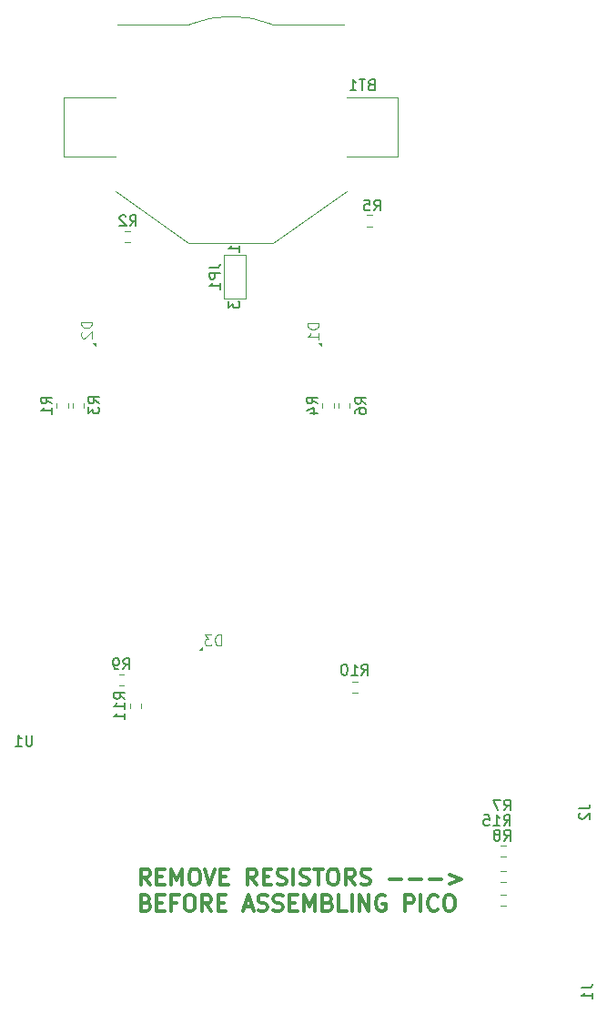
<source format=gbr>
%TF.GenerationSoftware,KiCad,Pcbnew,7.0.9*%
%TF.CreationDate,2024-01-25T10:25:38+02:00*%
%TF.ProjectId,ncscfi-badge2024,6e637363-6669-42d6-9261-646765323032,rev?*%
%TF.SameCoordinates,Original*%
%TF.FileFunction,Legend,Bot*%
%TF.FilePolarity,Positive*%
%FSLAX46Y46*%
G04 Gerber Fmt 4.6, Leading zero omitted, Abs format (unit mm)*
G04 Created by KiCad (PCBNEW 7.0.9) date 2024-01-25 10:25:38*
%MOMM*%
%LPD*%
G01*
G04 APERTURE LIST*
%ADD10C,0.300000*%
%ADD11C,0.150000*%
%ADD12C,0.100000*%
%ADD13C,0.120000*%
G04 APERTURE END LIST*
D10*
X26911653Y-99285828D02*
X26411653Y-98571542D01*
X26054510Y-99285828D02*
X26054510Y-97785828D01*
X26054510Y-97785828D02*
X26625939Y-97785828D01*
X26625939Y-97785828D02*
X26768796Y-97857257D01*
X26768796Y-97857257D02*
X26840225Y-97928685D01*
X26840225Y-97928685D02*
X26911653Y-98071542D01*
X26911653Y-98071542D02*
X26911653Y-98285828D01*
X26911653Y-98285828D02*
X26840225Y-98428685D01*
X26840225Y-98428685D02*
X26768796Y-98500114D01*
X26768796Y-98500114D02*
X26625939Y-98571542D01*
X26625939Y-98571542D02*
X26054510Y-98571542D01*
X27554510Y-98500114D02*
X28054510Y-98500114D01*
X28268796Y-99285828D02*
X27554510Y-99285828D01*
X27554510Y-99285828D02*
X27554510Y-97785828D01*
X27554510Y-97785828D02*
X28268796Y-97785828D01*
X28911653Y-99285828D02*
X28911653Y-97785828D01*
X28911653Y-97785828D02*
X29411653Y-98857257D01*
X29411653Y-98857257D02*
X29911653Y-97785828D01*
X29911653Y-97785828D02*
X29911653Y-99285828D01*
X30911654Y-97785828D02*
X31197368Y-97785828D01*
X31197368Y-97785828D02*
X31340225Y-97857257D01*
X31340225Y-97857257D02*
X31483082Y-98000114D01*
X31483082Y-98000114D02*
X31554511Y-98285828D01*
X31554511Y-98285828D02*
X31554511Y-98785828D01*
X31554511Y-98785828D02*
X31483082Y-99071542D01*
X31483082Y-99071542D02*
X31340225Y-99214400D01*
X31340225Y-99214400D02*
X31197368Y-99285828D01*
X31197368Y-99285828D02*
X30911654Y-99285828D01*
X30911654Y-99285828D02*
X30768797Y-99214400D01*
X30768797Y-99214400D02*
X30625939Y-99071542D01*
X30625939Y-99071542D02*
X30554511Y-98785828D01*
X30554511Y-98785828D02*
X30554511Y-98285828D01*
X30554511Y-98285828D02*
X30625939Y-98000114D01*
X30625939Y-98000114D02*
X30768797Y-97857257D01*
X30768797Y-97857257D02*
X30911654Y-97785828D01*
X31983083Y-97785828D02*
X32483083Y-99285828D01*
X32483083Y-99285828D02*
X32983083Y-97785828D01*
X33483082Y-98500114D02*
X33983082Y-98500114D01*
X34197368Y-99285828D02*
X33483082Y-99285828D01*
X33483082Y-99285828D02*
X33483082Y-97785828D01*
X33483082Y-97785828D02*
X34197368Y-97785828D01*
X36840225Y-99285828D02*
X36340225Y-98571542D01*
X35983082Y-99285828D02*
X35983082Y-97785828D01*
X35983082Y-97785828D02*
X36554511Y-97785828D01*
X36554511Y-97785828D02*
X36697368Y-97857257D01*
X36697368Y-97857257D02*
X36768797Y-97928685D01*
X36768797Y-97928685D02*
X36840225Y-98071542D01*
X36840225Y-98071542D02*
X36840225Y-98285828D01*
X36840225Y-98285828D02*
X36768797Y-98428685D01*
X36768797Y-98428685D02*
X36697368Y-98500114D01*
X36697368Y-98500114D02*
X36554511Y-98571542D01*
X36554511Y-98571542D02*
X35983082Y-98571542D01*
X37483082Y-98500114D02*
X37983082Y-98500114D01*
X38197368Y-99285828D02*
X37483082Y-99285828D01*
X37483082Y-99285828D02*
X37483082Y-97785828D01*
X37483082Y-97785828D02*
X38197368Y-97785828D01*
X38768797Y-99214400D02*
X38983083Y-99285828D01*
X38983083Y-99285828D02*
X39340225Y-99285828D01*
X39340225Y-99285828D02*
X39483083Y-99214400D01*
X39483083Y-99214400D02*
X39554511Y-99142971D01*
X39554511Y-99142971D02*
X39625940Y-99000114D01*
X39625940Y-99000114D02*
X39625940Y-98857257D01*
X39625940Y-98857257D02*
X39554511Y-98714400D01*
X39554511Y-98714400D02*
X39483083Y-98642971D01*
X39483083Y-98642971D02*
X39340225Y-98571542D01*
X39340225Y-98571542D02*
X39054511Y-98500114D01*
X39054511Y-98500114D02*
X38911654Y-98428685D01*
X38911654Y-98428685D02*
X38840225Y-98357257D01*
X38840225Y-98357257D02*
X38768797Y-98214400D01*
X38768797Y-98214400D02*
X38768797Y-98071542D01*
X38768797Y-98071542D02*
X38840225Y-97928685D01*
X38840225Y-97928685D02*
X38911654Y-97857257D01*
X38911654Y-97857257D02*
X39054511Y-97785828D01*
X39054511Y-97785828D02*
X39411654Y-97785828D01*
X39411654Y-97785828D02*
X39625940Y-97857257D01*
X40268796Y-99285828D02*
X40268796Y-97785828D01*
X40911654Y-99214400D02*
X41125940Y-99285828D01*
X41125940Y-99285828D02*
X41483082Y-99285828D01*
X41483082Y-99285828D02*
X41625940Y-99214400D01*
X41625940Y-99214400D02*
X41697368Y-99142971D01*
X41697368Y-99142971D02*
X41768797Y-99000114D01*
X41768797Y-99000114D02*
X41768797Y-98857257D01*
X41768797Y-98857257D02*
X41697368Y-98714400D01*
X41697368Y-98714400D02*
X41625940Y-98642971D01*
X41625940Y-98642971D02*
X41483082Y-98571542D01*
X41483082Y-98571542D02*
X41197368Y-98500114D01*
X41197368Y-98500114D02*
X41054511Y-98428685D01*
X41054511Y-98428685D02*
X40983082Y-98357257D01*
X40983082Y-98357257D02*
X40911654Y-98214400D01*
X40911654Y-98214400D02*
X40911654Y-98071542D01*
X40911654Y-98071542D02*
X40983082Y-97928685D01*
X40983082Y-97928685D02*
X41054511Y-97857257D01*
X41054511Y-97857257D02*
X41197368Y-97785828D01*
X41197368Y-97785828D02*
X41554511Y-97785828D01*
X41554511Y-97785828D02*
X41768797Y-97857257D01*
X42197368Y-97785828D02*
X43054511Y-97785828D01*
X42625939Y-99285828D02*
X42625939Y-97785828D01*
X43840225Y-97785828D02*
X44125939Y-97785828D01*
X44125939Y-97785828D02*
X44268796Y-97857257D01*
X44268796Y-97857257D02*
X44411653Y-98000114D01*
X44411653Y-98000114D02*
X44483082Y-98285828D01*
X44483082Y-98285828D02*
X44483082Y-98785828D01*
X44483082Y-98785828D02*
X44411653Y-99071542D01*
X44411653Y-99071542D02*
X44268796Y-99214400D01*
X44268796Y-99214400D02*
X44125939Y-99285828D01*
X44125939Y-99285828D02*
X43840225Y-99285828D01*
X43840225Y-99285828D02*
X43697368Y-99214400D01*
X43697368Y-99214400D02*
X43554510Y-99071542D01*
X43554510Y-99071542D02*
X43483082Y-98785828D01*
X43483082Y-98785828D02*
X43483082Y-98285828D01*
X43483082Y-98285828D02*
X43554510Y-98000114D01*
X43554510Y-98000114D02*
X43697368Y-97857257D01*
X43697368Y-97857257D02*
X43840225Y-97785828D01*
X45983082Y-99285828D02*
X45483082Y-98571542D01*
X45125939Y-99285828D02*
X45125939Y-97785828D01*
X45125939Y-97785828D02*
X45697368Y-97785828D01*
X45697368Y-97785828D02*
X45840225Y-97857257D01*
X45840225Y-97857257D02*
X45911654Y-97928685D01*
X45911654Y-97928685D02*
X45983082Y-98071542D01*
X45983082Y-98071542D02*
X45983082Y-98285828D01*
X45983082Y-98285828D02*
X45911654Y-98428685D01*
X45911654Y-98428685D02*
X45840225Y-98500114D01*
X45840225Y-98500114D02*
X45697368Y-98571542D01*
X45697368Y-98571542D02*
X45125939Y-98571542D01*
X46554511Y-99214400D02*
X46768797Y-99285828D01*
X46768797Y-99285828D02*
X47125939Y-99285828D01*
X47125939Y-99285828D02*
X47268797Y-99214400D01*
X47268797Y-99214400D02*
X47340225Y-99142971D01*
X47340225Y-99142971D02*
X47411654Y-99000114D01*
X47411654Y-99000114D02*
X47411654Y-98857257D01*
X47411654Y-98857257D02*
X47340225Y-98714400D01*
X47340225Y-98714400D02*
X47268797Y-98642971D01*
X47268797Y-98642971D02*
X47125939Y-98571542D01*
X47125939Y-98571542D02*
X46840225Y-98500114D01*
X46840225Y-98500114D02*
X46697368Y-98428685D01*
X46697368Y-98428685D02*
X46625939Y-98357257D01*
X46625939Y-98357257D02*
X46554511Y-98214400D01*
X46554511Y-98214400D02*
X46554511Y-98071542D01*
X46554511Y-98071542D02*
X46625939Y-97928685D01*
X46625939Y-97928685D02*
X46697368Y-97857257D01*
X46697368Y-97857257D02*
X46840225Y-97785828D01*
X46840225Y-97785828D02*
X47197368Y-97785828D01*
X47197368Y-97785828D02*
X47411654Y-97857257D01*
X49197367Y-98714400D02*
X50340225Y-98714400D01*
X51054510Y-98714400D02*
X52197368Y-98714400D01*
X52911653Y-98714400D02*
X54054511Y-98714400D01*
X54768796Y-98285828D02*
X55911654Y-98714400D01*
X55911654Y-98714400D02*
X54768796Y-99142971D01*
X26554510Y-100915114D02*
X26768796Y-100986542D01*
X26768796Y-100986542D02*
X26840225Y-101057971D01*
X26840225Y-101057971D02*
X26911653Y-101200828D01*
X26911653Y-101200828D02*
X26911653Y-101415114D01*
X26911653Y-101415114D02*
X26840225Y-101557971D01*
X26840225Y-101557971D02*
X26768796Y-101629400D01*
X26768796Y-101629400D02*
X26625939Y-101700828D01*
X26625939Y-101700828D02*
X26054510Y-101700828D01*
X26054510Y-101700828D02*
X26054510Y-100200828D01*
X26054510Y-100200828D02*
X26554510Y-100200828D01*
X26554510Y-100200828D02*
X26697368Y-100272257D01*
X26697368Y-100272257D02*
X26768796Y-100343685D01*
X26768796Y-100343685D02*
X26840225Y-100486542D01*
X26840225Y-100486542D02*
X26840225Y-100629400D01*
X26840225Y-100629400D02*
X26768796Y-100772257D01*
X26768796Y-100772257D02*
X26697368Y-100843685D01*
X26697368Y-100843685D02*
X26554510Y-100915114D01*
X26554510Y-100915114D02*
X26054510Y-100915114D01*
X27554510Y-100915114D02*
X28054510Y-100915114D01*
X28268796Y-101700828D02*
X27554510Y-101700828D01*
X27554510Y-101700828D02*
X27554510Y-100200828D01*
X27554510Y-100200828D02*
X28268796Y-100200828D01*
X29411653Y-100915114D02*
X28911653Y-100915114D01*
X28911653Y-101700828D02*
X28911653Y-100200828D01*
X28911653Y-100200828D02*
X29625939Y-100200828D01*
X30483082Y-100200828D02*
X30768796Y-100200828D01*
X30768796Y-100200828D02*
X30911653Y-100272257D01*
X30911653Y-100272257D02*
X31054510Y-100415114D01*
X31054510Y-100415114D02*
X31125939Y-100700828D01*
X31125939Y-100700828D02*
X31125939Y-101200828D01*
X31125939Y-101200828D02*
X31054510Y-101486542D01*
X31054510Y-101486542D02*
X30911653Y-101629400D01*
X30911653Y-101629400D02*
X30768796Y-101700828D01*
X30768796Y-101700828D02*
X30483082Y-101700828D01*
X30483082Y-101700828D02*
X30340225Y-101629400D01*
X30340225Y-101629400D02*
X30197367Y-101486542D01*
X30197367Y-101486542D02*
X30125939Y-101200828D01*
X30125939Y-101200828D02*
X30125939Y-100700828D01*
X30125939Y-100700828D02*
X30197367Y-100415114D01*
X30197367Y-100415114D02*
X30340225Y-100272257D01*
X30340225Y-100272257D02*
X30483082Y-100200828D01*
X32625939Y-101700828D02*
X32125939Y-100986542D01*
X31768796Y-101700828D02*
X31768796Y-100200828D01*
X31768796Y-100200828D02*
X32340225Y-100200828D01*
X32340225Y-100200828D02*
X32483082Y-100272257D01*
X32483082Y-100272257D02*
X32554511Y-100343685D01*
X32554511Y-100343685D02*
X32625939Y-100486542D01*
X32625939Y-100486542D02*
X32625939Y-100700828D01*
X32625939Y-100700828D02*
X32554511Y-100843685D01*
X32554511Y-100843685D02*
X32483082Y-100915114D01*
X32483082Y-100915114D02*
X32340225Y-100986542D01*
X32340225Y-100986542D02*
X31768796Y-100986542D01*
X33268796Y-100915114D02*
X33768796Y-100915114D01*
X33983082Y-101700828D02*
X33268796Y-101700828D01*
X33268796Y-101700828D02*
X33268796Y-100200828D01*
X33268796Y-100200828D02*
X33983082Y-100200828D01*
X35697368Y-101272257D02*
X36411654Y-101272257D01*
X35554511Y-101700828D02*
X36054511Y-100200828D01*
X36054511Y-100200828D02*
X36554511Y-101700828D01*
X36983082Y-101629400D02*
X37197368Y-101700828D01*
X37197368Y-101700828D02*
X37554510Y-101700828D01*
X37554510Y-101700828D02*
X37697368Y-101629400D01*
X37697368Y-101629400D02*
X37768796Y-101557971D01*
X37768796Y-101557971D02*
X37840225Y-101415114D01*
X37840225Y-101415114D02*
X37840225Y-101272257D01*
X37840225Y-101272257D02*
X37768796Y-101129400D01*
X37768796Y-101129400D02*
X37697368Y-101057971D01*
X37697368Y-101057971D02*
X37554510Y-100986542D01*
X37554510Y-100986542D02*
X37268796Y-100915114D01*
X37268796Y-100915114D02*
X37125939Y-100843685D01*
X37125939Y-100843685D02*
X37054510Y-100772257D01*
X37054510Y-100772257D02*
X36983082Y-100629400D01*
X36983082Y-100629400D02*
X36983082Y-100486542D01*
X36983082Y-100486542D02*
X37054510Y-100343685D01*
X37054510Y-100343685D02*
X37125939Y-100272257D01*
X37125939Y-100272257D02*
X37268796Y-100200828D01*
X37268796Y-100200828D02*
X37625939Y-100200828D01*
X37625939Y-100200828D02*
X37840225Y-100272257D01*
X38411653Y-101629400D02*
X38625939Y-101700828D01*
X38625939Y-101700828D02*
X38983081Y-101700828D01*
X38983081Y-101700828D02*
X39125939Y-101629400D01*
X39125939Y-101629400D02*
X39197367Y-101557971D01*
X39197367Y-101557971D02*
X39268796Y-101415114D01*
X39268796Y-101415114D02*
X39268796Y-101272257D01*
X39268796Y-101272257D02*
X39197367Y-101129400D01*
X39197367Y-101129400D02*
X39125939Y-101057971D01*
X39125939Y-101057971D02*
X38983081Y-100986542D01*
X38983081Y-100986542D02*
X38697367Y-100915114D01*
X38697367Y-100915114D02*
X38554510Y-100843685D01*
X38554510Y-100843685D02*
X38483081Y-100772257D01*
X38483081Y-100772257D02*
X38411653Y-100629400D01*
X38411653Y-100629400D02*
X38411653Y-100486542D01*
X38411653Y-100486542D02*
X38483081Y-100343685D01*
X38483081Y-100343685D02*
X38554510Y-100272257D01*
X38554510Y-100272257D02*
X38697367Y-100200828D01*
X38697367Y-100200828D02*
X39054510Y-100200828D01*
X39054510Y-100200828D02*
X39268796Y-100272257D01*
X39911652Y-100915114D02*
X40411652Y-100915114D01*
X40625938Y-101700828D02*
X39911652Y-101700828D01*
X39911652Y-101700828D02*
X39911652Y-100200828D01*
X39911652Y-100200828D02*
X40625938Y-100200828D01*
X41268795Y-101700828D02*
X41268795Y-100200828D01*
X41268795Y-100200828D02*
X41768795Y-101272257D01*
X41768795Y-101272257D02*
X42268795Y-100200828D01*
X42268795Y-100200828D02*
X42268795Y-101700828D01*
X43483081Y-100915114D02*
X43697367Y-100986542D01*
X43697367Y-100986542D02*
X43768796Y-101057971D01*
X43768796Y-101057971D02*
X43840224Y-101200828D01*
X43840224Y-101200828D02*
X43840224Y-101415114D01*
X43840224Y-101415114D02*
X43768796Y-101557971D01*
X43768796Y-101557971D02*
X43697367Y-101629400D01*
X43697367Y-101629400D02*
X43554510Y-101700828D01*
X43554510Y-101700828D02*
X42983081Y-101700828D01*
X42983081Y-101700828D02*
X42983081Y-100200828D01*
X42983081Y-100200828D02*
X43483081Y-100200828D01*
X43483081Y-100200828D02*
X43625939Y-100272257D01*
X43625939Y-100272257D02*
X43697367Y-100343685D01*
X43697367Y-100343685D02*
X43768796Y-100486542D01*
X43768796Y-100486542D02*
X43768796Y-100629400D01*
X43768796Y-100629400D02*
X43697367Y-100772257D01*
X43697367Y-100772257D02*
X43625939Y-100843685D01*
X43625939Y-100843685D02*
X43483081Y-100915114D01*
X43483081Y-100915114D02*
X42983081Y-100915114D01*
X45197367Y-101700828D02*
X44483081Y-101700828D01*
X44483081Y-101700828D02*
X44483081Y-100200828D01*
X45697367Y-101700828D02*
X45697367Y-100200828D01*
X46411653Y-101700828D02*
X46411653Y-100200828D01*
X46411653Y-100200828D02*
X47268796Y-101700828D01*
X47268796Y-101700828D02*
X47268796Y-100200828D01*
X48768797Y-100272257D02*
X48625940Y-100200828D01*
X48625940Y-100200828D02*
X48411654Y-100200828D01*
X48411654Y-100200828D02*
X48197368Y-100272257D01*
X48197368Y-100272257D02*
X48054511Y-100415114D01*
X48054511Y-100415114D02*
X47983082Y-100557971D01*
X47983082Y-100557971D02*
X47911654Y-100843685D01*
X47911654Y-100843685D02*
X47911654Y-101057971D01*
X47911654Y-101057971D02*
X47983082Y-101343685D01*
X47983082Y-101343685D02*
X48054511Y-101486542D01*
X48054511Y-101486542D02*
X48197368Y-101629400D01*
X48197368Y-101629400D02*
X48411654Y-101700828D01*
X48411654Y-101700828D02*
X48554511Y-101700828D01*
X48554511Y-101700828D02*
X48768797Y-101629400D01*
X48768797Y-101629400D02*
X48840225Y-101557971D01*
X48840225Y-101557971D02*
X48840225Y-101057971D01*
X48840225Y-101057971D02*
X48554511Y-101057971D01*
X50625939Y-101700828D02*
X50625939Y-100200828D01*
X50625939Y-100200828D02*
X51197368Y-100200828D01*
X51197368Y-100200828D02*
X51340225Y-100272257D01*
X51340225Y-100272257D02*
X51411654Y-100343685D01*
X51411654Y-100343685D02*
X51483082Y-100486542D01*
X51483082Y-100486542D02*
X51483082Y-100700828D01*
X51483082Y-100700828D02*
X51411654Y-100843685D01*
X51411654Y-100843685D02*
X51340225Y-100915114D01*
X51340225Y-100915114D02*
X51197368Y-100986542D01*
X51197368Y-100986542D02*
X50625939Y-100986542D01*
X52125939Y-101700828D02*
X52125939Y-100200828D01*
X53697368Y-101557971D02*
X53625940Y-101629400D01*
X53625940Y-101629400D02*
X53411654Y-101700828D01*
X53411654Y-101700828D02*
X53268797Y-101700828D01*
X53268797Y-101700828D02*
X53054511Y-101629400D01*
X53054511Y-101629400D02*
X52911654Y-101486542D01*
X52911654Y-101486542D02*
X52840225Y-101343685D01*
X52840225Y-101343685D02*
X52768797Y-101057971D01*
X52768797Y-101057971D02*
X52768797Y-100843685D01*
X52768797Y-100843685D02*
X52840225Y-100557971D01*
X52840225Y-100557971D02*
X52911654Y-100415114D01*
X52911654Y-100415114D02*
X53054511Y-100272257D01*
X53054511Y-100272257D02*
X53268797Y-100200828D01*
X53268797Y-100200828D02*
X53411654Y-100200828D01*
X53411654Y-100200828D02*
X53625940Y-100272257D01*
X53625940Y-100272257D02*
X53697368Y-100343685D01*
X54625940Y-100200828D02*
X54911654Y-100200828D01*
X54911654Y-100200828D02*
X55054511Y-100272257D01*
X55054511Y-100272257D02*
X55197368Y-100415114D01*
X55197368Y-100415114D02*
X55268797Y-100700828D01*
X55268797Y-100700828D02*
X55268797Y-101200828D01*
X55268797Y-101200828D02*
X55197368Y-101486542D01*
X55197368Y-101486542D02*
X55054511Y-101629400D01*
X55054511Y-101629400D02*
X54911654Y-101700828D01*
X54911654Y-101700828D02*
X54625940Y-101700828D01*
X54625940Y-101700828D02*
X54483083Y-101629400D01*
X54483083Y-101629400D02*
X54340225Y-101486542D01*
X54340225Y-101486542D02*
X54268797Y-101200828D01*
X54268797Y-101200828D02*
X54268797Y-100700828D01*
X54268797Y-100700828D02*
X54340225Y-100415114D01*
X54340225Y-100415114D02*
X54483083Y-100272257D01*
X54483083Y-100272257D02*
X54625940Y-100200828D01*
D11*
X32454819Y-41866666D02*
X33169104Y-41866666D01*
X33169104Y-41866666D02*
X33311961Y-41819047D01*
X33311961Y-41819047D02*
X33407200Y-41723809D01*
X33407200Y-41723809D02*
X33454819Y-41580952D01*
X33454819Y-41580952D02*
X33454819Y-41485714D01*
X33454819Y-42342857D02*
X32454819Y-42342857D01*
X32454819Y-42342857D02*
X32454819Y-42723809D01*
X32454819Y-42723809D02*
X32502438Y-42819047D01*
X32502438Y-42819047D02*
X32550057Y-42866666D01*
X32550057Y-42866666D02*
X32645295Y-42914285D01*
X32645295Y-42914285D02*
X32788152Y-42914285D01*
X32788152Y-42914285D02*
X32883390Y-42866666D01*
X32883390Y-42866666D02*
X32931009Y-42819047D01*
X32931009Y-42819047D02*
X32978628Y-42723809D01*
X32978628Y-42723809D02*
X32978628Y-42342857D01*
X33454819Y-43866666D02*
X33454819Y-43295238D01*
X33454819Y-43580952D02*
X32454819Y-43580952D01*
X32454819Y-43580952D02*
X32597676Y-43485714D01*
X32597676Y-43485714D02*
X32692914Y-43390476D01*
X32692914Y-43390476D02*
X32740533Y-43295238D01*
X35254819Y-40385714D02*
X35254819Y-39814286D01*
X35254819Y-40100000D02*
X34254819Y-40100000D01*
X34254819Y-40100000D02*
X34397676Y-40004762D01*
X34397676Y-40004762D02*
X34492914Y-39909524D01*
X34492914Y-39909524D02*
X34540533Y-39814286D01*
X34254819Y-44966667D02*
X34254819Y-45585714D01*
X34254819Y-45585714D02*
X34635771Y-45252381D01*
X34635771Y-45252381D02*
X34635771Y-45395238D01*
X34635771Y-45395238D02*
X34683390Y-45490476D01*
X34683390Y-45490476D02*
X34731009Y-45538095D01*
X34731009Y-45538095D02*
X34826247Y-45585714D01*
X34826247Y-45585714D02*
X35064342Y-45585714D01*
X35064342Y-45585714D02*
X35159580Y-45538095D01*
X35159580Y-45538095D02*
X35207200Y-45490476D01*
X35207200Y-45490476D02*
X35254819Y-45395238D01*
X35254819Y-45395238D02*
X35254819Y-45109524D01*
X35254819Y-45109524D02*
X35207200Y-45014286D01*
X35207200Y-45014286D02*
X35159580Y-44966667D01*
X66854819Y-92166666D02*
X67569104Y-92166666D01*
X67569104Y-92166666D02*
X67711961Y-92119047D01*
X67711961Y-92119047D02*
X67807200Y-92023809D01*
X67807200Y-92023809D02*
X67854819Y-91880952D01*
X67854819Y-91880952D02*
X67854819Y-91785714D01*
X66950057Y-92595238D02*
X66902438Y-92642857D01*
X66902438Y-92642857D02*
X66854819Y-92738095D01*
X66854819Y-92738095D02*
X66854819Y-92976190D01*
X66854819Y-92976190D02*
X66902438Y-93071428D01*
X66902438Y-93071428D02*
X66950057Y-93119047D01*
X66950057Y-93119047D02*
X67045295Y-93166666D01*
X67045295Y-93166666D02*
X67140533Y-93166666D01*
X67140533Y-93166666D02*
X67283390Y-93119047D01*
X67283390Y-93119047D02*
X67854819Y-92547619D01*
X67854819Y-92547619D02*
X67854819Y-93166666D01*
X67054819Y-108866666D02*
X67769104Y-108866666D01*
X67769104Y-108866666D02*
X67911961Y-108819047D01*
X67911961Y-108819047D02*
X68007200Y-108723809D01*
X68007200Y-108723809D02*
X68054819Y-108580952D01*
X68054819Y-108580952D02*
X68054819Y-108485714D01*
X68054819Y-109866666D02*
X68054819Y-109295238D01*
X68054819Y-109580952D02*
X67054819Y-109580952D01*
X67054819Y-109580952D02*
X67197676Y-109485714D01*
X67197676Y-109485714D02*
X67292914Y-109390476D01*
X67292914Y-109390476D02*
X67340533Y-109295238D01*
X22194819Y-54483333D02*
X21718628Y-54150000D01*
X22194819Y-53911905D02*
X21194819Y-53911905D01*
X21194819Y-53911905D02*
X21194819Y-54292857D01*
X21194819Y-54292857D02*
X21242438Y-54388095D01*
X21242438Y-54388095D02*
X21290057Y-54435714D01*
X21290057Y-54435714D02*
X21385295Y-54483333D01*
X21385295Y-54483333D02*
X21528152Y-54483333D01*
X21528152Y-54483333D02*
X21623390Y-54435714D01*
X21623390Y-54435714D02*
X21671009Y-54388095D01*
X21671009Y-54388095D02*
X21718628Y-54292857D01*
X21718628Y-54292857D02*
X21718628Y-53911905D01*
X21194819Y-54816667D02*
X21194819Y-55435714D01*
X21194819Y-55435714D02*
X21575771Y-55102381D01*
X21575771Y-55102381D02*
X21575771Y-55245238D01*
X21575771Y-55245238D02*
X21623390Y-55340476D01*
X21623390Y-55340476D02*
X21671009Y-55388095D01*
X21671009Y-55388095D02*
X21766247Y-55435714D01*
X21766247Y-55435714D02*
X22004342Y-55435714D01*
X22004342Y-55435714D02*
X22099580Y-55388095D01*
X22099580Y-55388095D02*
X22147200Y-55340476D01*
X22147200Y-55340476D02*
X22194819Y-55245238D01*
X22194819Y-55245238D02*
X22194819Y-54959524D01*
X22194819Y-54959524D02*
X22147200Y-54864286D01*
X22147200Y-54864286D02*
X22099580Y-54816667D01*
X59842857Y-93754819D02*
X60176190Y-93278628D01*
X60414285Y-93754819D02*
X60414285Y-92754819D01*
X60414285Y-92754819D02*
X60033333Y-92754819D01*
X60033333Y-92754819D02*
X59938095Y-92802438D01*
X59938095Y-92802438D02*
X59890476Y-92850057D01*
X59890476Y-92850057D02*
X59842857Y-92945295D01*
X59842857Y-92945295D02*
X59842857Y-93088152D01*
X59842857Y-93088152D02*
X59890476Y-93183390D01*
X59890476Y-93183390D02*
X59938095Y-93231009D01*
X59938095Y-93231009D02*
X60033333Y-93278628D01*
X60033333Y-93278628D02*
X60414285Y-93278628D01*
X58890476Y-93754819D02*
X59461904Y-93754819D01*
X59176190Y-93754819D02*
X59176190Y-92754819D01*
X59176190Y-92754819D02*
X59271428Y-92897676D01*
X59271428Y-92897676D02*
X59366666Y-92992914D01*
X59366666Y-92992914D02*
X59461904Y-93040533D01*
X57985714Y-92754819D02*
X58461904Y-92754819D01*
X58461904Y-92754819D02*
X58509523Y-93231009D01*
X58509523Y-93231009D02*
X58461904Y-93183390D01*
X58461904Y-93183390D02*
X58366666Y-93135771D01*
X58366666Y-93135771D02*
X58128571Y-93135771D01*
X58128571Y-93135771D02*
X58033333Y-93183390D01*
X58033333Y-93183390D02*
X57985714Y-93231009D01*
X57985714Y-93231009D02*
X57938095Y-93326247D01*
X57938095Y-93326247D02*
X57938095Y-93564342D01*
X57938095Y-93564342D02*
X57985714Y-93659580D01*
X57985714Y-93659580D02*
X58033333Y-93707200D01*
X58033333Y-93707200D02*
X58128571Y-93754819D01*
X58128571Y-93754819D02*
X58366666Y-93754819D01*
X58366666Y-93754819D02*
X58461904Y-93707200D01*
X58461904Y-93707200D02*
X58509523Y-93659580D01*
X59866666Y-92354819D02*
X60199999Y-91878628D01*
X60438094Y-92354819D02*
X60438094Y-91354819D01*
X60438094Y-91354819D02*
X60057142Y-91354819D01*
X60057142Y-91354819D02*
X59961904Y-91402438D01*
X59961904Y-91402438D02*
X59914285Y-91450057D01*
X59914285Y-91450057D02*
X59866666Y-91545295D01*
X59866666Y-91545295D02*
X59866666Y-91688152D01*
X59866666Y-91688152D02*
X59914285Y-91783390D01*
X59914285Y-91783390D02*
X59961904Y-91831009D01*
X59961904Y-91831009D02*
X60057142Y-91878628D01*
X60057142Y-91878628D02*
X60438094Y-91878628D01*
X59533332Y-91354819D02*
X58866666Y-91354819D01*
X58866666Y-91354819D02*
X59295237Y-92354819D01*
X47024819Y-54523333D02*
X46548628Y-54190000D01*
X47024819Y-53951905D02*
X46024819Y-53951905D01*
X46024819Y-53951905D02*
X46024819Y-54332857D01*
X46024819Y-54332857D02*
X46072438Y-54428095D01*
X46072438Y-54428095D02*
X46120057Y-54475714D01*
X46120057Y-54475714D02*
X46215295Y-54523333D01*
X46215295Y-54523333D02*
X46358152Y-54523333D01*
X46358152Y-54523333D02*
X46453390Y-54475714D01*
X46453390Y-54475714D02*
X46501009Y-54428095D01*
X46501009Y-54428095D02*
X46548628Y-54332857D01*
X46548628Y-54332857D02*
X46548628Y-53951905D01*
X46024819Y-55380476D02*
X46024819Y-55190000D01*
X46024819Y-55190000D02*
X46072438Y-55094762D01*
X46072438Y-55094762D02*
X46120057Y-55047143D01*
X46120057Y-55047143D02*
X46262914Y-54951905D01*
X46262914Y-54951905D02*
X46453390Y-54904286D01*
X46453390Y-54904286D02*
X46834342Y-54904286D01*
X46834342Y-54904286D02*
X46929580Y-54951905D01*
X46929580Y-54951905D02*
X46977200Y-54999524D01*
X46977200Y-54999524D02*
X47024819Y-55094762D01*
X47024819Y-55094762D02*
X47024819Y-55285238D01*
X47024819Y-55285238D02*
X46977200Y-55380476D01*
X46977200Y-55380476D02*
X46929580Y-55428095D01*
X46929580Y-55428095D02*
X46834342Y-55475714D01*
X46834342Y-55475714D02*
X46596247Y-55475714D01*
X46596247Y-55475714D02*
X46501009Y-55428095D01*
X46501009Y-55428095D02*
X46453390Y-55380476D01*
X46453390Y-55380476D02*
X46405771Y-55285238D01*
X46405771Y-55285238D02*
X46405771Y-55094762D01*
X46405771Y-55094762D02*
X46453390Y-54999524D01*
X46453390Y-54999524D02*
X46501009Y-54951905D01*
X46501009Y-54951905D02*
X46596247Y-54904286D01*
X24431666Y-79214819D02*
X24764999Y-78738628D01*
X25003094Y-79214819D02*
X25003094Y-78214819D01*
X25003094Y-78214819D02*
X24622142Y-78214819D01*
X24622142Y-78214819D02*
X24526904Y-78262438D01*
X24526904Y-78262438D02*
X24479285Y-78310057D01*
X24479285Y-78310057D02*
X24431666Y-78405295D01*
X24431666Y-78405295D02*
X24431666Y-78548152D01*
X24431666Y-78548152D02*
X24479285Y-78643390D01*
X24479285Y-78643390D02*
X24526904Y-78691009D01*
X24526904Y-78691009D02*
X24622142Y-78738628D01*
X24622142Y-78738628D02*
X25003094Y-78738628D01*
X23955475Y-79214819D02*
X23764999Y-79214819D01*
X23764999Y-79214819D02*
X23669761Y-79167200D01*
X23669761Y-79167200D02*
X23622142Y-79119580D01*
X23622142Y-79119580D02*
X23526904Y-78976723D01*
X23526904Y-78976723D02*
X23479285Y-78786247D01*
X23479285Y-78786247D02*
X23479285Y-78405295D01*
X23479285Y-78405295D02*
X23526904Y-78310057D01*
X23526904Y-78310057D02*
X23574523Y-78262438D01*
X23574523Y-78262438D02*
X23669761Y-78214819D01*
X23669761Y-78214819D02*
X23860237Y-78214819D01*
X23860237Y-78214819D02*
X23955475Y-78262438D01*
X23955475Y-78262438D02*
X24003094Y-78310057D01*
X24003094Y-78310057D02*
X24050713Y-78405295D01*
X24050713Y-78405295D02*
X24050713Y-78643390D01*
X24050713Y-78643390D02*
X24003094Y-78738628D01*
X24003094Y-78738628D02*
X23955475Y-78786247D01*
X23955475Y-78786247D02*
X23860237Y-78833866D01*
X23860237Y-78833866D02*
X23669761Y-78833866D01*
X23669761Y-78833866D02*
X23574523Y-78786247D01*
X23574523Y-78786247D02*
X23526904Y-78738628D01*
X23526904Y-78738628D02*
X23479285Y-78643390D01*
X25046666Y-37974819D02*
X25379999Y-37498628D01*
X25618094Y-37974819D02*
X25618094Y-36974819D01*
X25618094Y-36974819D02*
X25237142Y-36974819D01*
X25237142Y-36974819D02*
X25141904Y-37022438D01*
X25141904Y-37022438D02*
X25094285Y-37070057D01*
X25094285Y-37070057D02*
X25046666Y-37165295D01*
X25046666Y-37165295D02*
X25046666Y-37308152D01*
X25046666Y-37308152D02*
X25094285Y-37403390D01*
X25094285Y-37403390D02*
X25141904Y-37451009D01*
X25141904Y-37451009D02*
X25237142Y-37498628D01*
X25237142Y-37498628D02*
X25618094Y-37498628D01*
X24665713Y-37070057D02*
X24618094Y-37022438D01*
X24618094Y-37022438D02*
X24522856Y-36974819D01*
X24522856Y-36974819D02*
X24284761Y-36974819D01*
X24284761Y-36974819D02*
X24189523Y-37022438D01*
X24189523Y-37022438D02*
X24141904Y-37070057D01*
X24141904Y-37070057D02*
X24094285Y-37165295D01*
X24094285Y-37165295D02*
X24094285Y-37260533D01*
X24094285Y-37260533D02*
X24141904Y-37403390D01*
X24141904Y-37403390D02*
X24713332Y-37974819D01*
X24713332Y-37974819D02*
X24094285Y-37974819D01*
X46617857Y-79754819D02*
X46951190Y-79278628D01*
X47189285Y-79754819D02*
X47189285Y-78754819D01*
X47189285Y-78754819D02*
X46808333Y-78754819D01*
X46808333Y-78754819D02*
X46713095Y-78802438D01*
X46713095Y-78802438D02*
X46665476Y-78850057D01*
X46665476Y-78850057D02*
X46617857Y-78945295D01*
X46617857Y-78945295D02*
X46617857Y-79088152D01*
X46617857Y-79088152D02*
X46665476Y-79183390D01*
X46665476Y-79183390D02*
X46713095Y-79231009D01*
X46713095Y-79231009D02*
X46808333Y-79278628D01*
X46808333Y-79278628D02*
X47189285Y-79278628D01*
X45665476Y-79754819D02*
X46236904Y-79754819D01*
X45951190Y-79754819D02*
X45951190Y-78754819D01*
X45951190Y-78754819D02*
X46046428Y-78897676D01*
X46046428Y-78897676D02*
X46141666Y-78992914D01*
X46141666Y-78992914D02*
X46236904Y-79040533D01*
X45046428Y-78754819D02*
X44951190Y-78754819D01*
X44951190Y-78754819D02*
X44855952Y-78802438D01*
X44855952Y-78802438D02*
X44808333Y-78850057D01*
X44808333Y-78850057D02*
X44760714Y-78945295D01*
X44760714Y-78945295D02*
X44713095Y-79135771D01*
X44713095Y-79135771D02*
X44713095Y-79373866D01*
X44713095Y-79373866D02*
X44760714Y-79564342D01*
X44760714Y-79564342D02*
X44808333Y-79659580D01*
X44808333Y-79659580D02*
X44855952Y-79707200D01*
X44855952Y-79707200D02*
X44951190Y-79754819D01*
X44951190Y-79754819D02*
X45046428Y-79754819D01*
X45046428Y-79754819D02*
X45141666Y-79707200D01*
X45141666Y-79707200D02*
X45189285Y-79659580D01*
X45189285Y-79659580D02*
X45236904Y-79564342D01*
X45236904Y-79564342D02*
X45284523Y-79373866D01*
X45284523Y-79373866D02*
X45284523Y-79135771D01*
X45284523Y-79135771D02*
X45236904Y-78945295D01*
X45236904Y-78945295D02*
X45189285Y-78850057D01*
X45189285Y-78850057D02*
X45141666Y-78802438D01*
X45141666Y-78802438D02*
X45046428Y-78754819D01*
X15961904Y-85354819D02*
X15961904Y-86164342D01*
X15961904Y-86164342D02*
X15914285Y-86259580D01*
X15914285Y-86259580D02*
X15866666Y-86307200D01*
X15866666Y-86307200D02*
X15771428Y-86354819D01*
X15771428Y-86354819D02*
X15580952Y-86354819D01*
X15580952Y-86354819D02*
X15485714Y-86307200D01*
X15485714Y-86307200D02*
X15438095Y-86259580D01*
X15438095Y-86259580D02*
X15390476Y-86164342D01*
X15390476Y-86164342D02*
X15390476Y-85354819D01*
X14390476Y-86354819D02*
X14961904Y-86354819D01*
X14676190Y-86354819D02*
X14676190Y-85354819D01*
X14676190Y-85354819D02*
X14771428Y-85497676D01*
X14771428Y-85497676D02*
X14866666Y-85592914D01*
X14866666Y-85592914D02*
X14961904Y-85640533D01*
D12*
X21507419Y-46891905D02*
X20507419Y-46891905D01*
X20507419Y-46891905D02*
X20507419Y-47130000D01*
X20507419Y-47130000D02*
X20555038Y-47272857D01*
X20555038Y-47272857D02*
X20650276Y-47368095D01*
X20650276Y-47368095D02*
X20745514Y-47415714D01*
X20745514Y-47415714D02*
X20935990Y-47463333D01*
X20935990Y-47463333D02*
X21078847Y-47463333D01*
X21078847Y-47463333D02*
X21269323Y-47415714D01*
X21269323Y-47415714D02*
X21364561Y-47368095D01*
X21364561Y-47368095D02*
X21459800Y-47272857D01*
X21459800Y-47272857D02*
X21507419Y-47130000D01*
X21507419Y-47130000D02*
X21507419Y-46891905D01*
X20602657Y-47844286D02*
X20555038Y-47891905D01*
X20555038Y-47891905D02*
X20507419Y-47987143D01*
X20507419Y-47987143D02*
X20507419Y-48225238D01*
X20507419Y-48225238D02*
X20555038Y-48320476D01*
X20555038Y-48320476D02*
X20602657Y-48368095D01*
X20602657Y-48368095D02*
X20697895Y-48415714D01*
X20697895Y-48415714D02*
X20793133Y-48415714D01*
X20793133Y-48415714D02*
X20935990Y-48368095D01*
X20935990Y-48368095D02*
X21507419Y-47796667D01*
X21507419Y-47796667D02*
X21507419Y-48415714D01*
X42587419Y-47021905D02*
X41587419Y-47021905D01*
X41587419Y-47021905D02*
X41587419Y-47260000D01*
X41587419Y-47260000D02*
X41635038Y-47402857D01*
X41635038Y-47402857D02*
X41730276Y-47498095D01*
X41730276Y-47498095D02*
X41825514Y-47545714D01*
X41825514Y-47545714D02*
X42015990Y-47593333D01*
X42015990Y-47593333D02*
X42158847Y-47593333D01*
X42158847Y-47593333D02*
X42349323Y-47545714D01*
X42349323Y-47545714D02*
X42444561Y-47498095D01*
X42444561Y-47498095D02*
X42539800Y-47402857D01*
X42539800Y-47402857D02*
X42587419Y-47260000D01*
X42587419Y-47260000D02*
X42587419Y-47021905D01*
X42587419Y-48545714D02*
X42587419Y-47974286D01*
X42587419Y-48260000D02*
X41587419Y-48260000D01*
X41587419Y-48260000D02*
X41730276Y-48164762D01*
X41730276Y-48164762D02*
X41825514Y-48069524D01*
X41825514Y-48069524D02*
X41873133Y-47974286D01*
X33538094Y-76997419D02*
X33538094Y-75997419D01*
X33538094Y-75997419D02*
X33299999Y-75997419D01*
X33299999Y-75997419D02*
X33157142Y-76045038D01*
X33157142Y-76045038D02*
X33061904Y-76140276D01*
X33061904Y-76140276D02*
X33014285Y-76235514D01*
X33014285Y-76235514D02*
X32966666Y-76425990D01*
X32966666Y-76425990D02*
X32966666Y-76568847D01*
X32966666Y-76568847D02*
X33014285Y-76759323D01*
X33014285Y-76759323D02*
X33061904Y-76854561D01*
X33061904Y-76854561D02*
X33157142Y-76949800D01*
X33157142Y-76949800D02*
X33299999Y-76997419D01*
X33299999Y-76997419D02*
X33538094Y-76997419D01*
X32633332Y-75997419D02*
X32014285Y-75997419D01*
X32014285Y-75997419D02*
X32347618Y-76378371D01*
X32347618Y-76378371D02*
X32204761Y-76378371D01*
X32204761Y-76378371D02*
X32109523Y-76425990D01*
X32109523Y-76425990D02*
X32061904Y-76473609D01*
X32061904Y-76473609D02*
X32014285Y-76568847D01*
X32014285Y-76568847D02*
X32014285Y-76806942D01*
X32014285Y-76806942D02*
X32061904Y-76902180D01*
X32061904Y-76902180D02*
X32109523Y-76949800D01*
X32109523Y-76949800D02*
X32204761Y-76997419D01*
X32204761Y-76997419D02*
X32490475Y-76997419D01*
X32490475Y-76997419D02*
X32585713Y-76949800D01*
X32585713Y-76949800D02*
X32633332Y-76902180D01*
D11*
X24584819Y-81972142D02*
X24108628Y-81638809D01*
X24584819Y-81400714D02*
X23584819Y-81400714D01*
X23584819Y-81400714D02*
X23584819Y-81781666D01*
X23584819Y-81781666D02*
X23632438Y-81876904D01*
X23632438Y-81876904D02*
X23680057Y-81924523D01*
X23680057Y-81924523D02*
X23775295Y-81972142D01*
X23775295Y-81972142D02*
X23918152Y-81972142D01*
X23918152Y-81972142D02*
X24013390Y-81924523D01*
X24013390Y-81924523D02*
X24061009Y-81876904D01*
X24061009Y-81876904D02*
X24108628Y-81781666D01*
X24108628Y-81781666D02*
X24108628Y-81400714D01*
X24584819Y-82924523D02*
X24584819Y-82353095D01*
X24584819Y-82638809D02*
X23584819Y-82638809D01*
X23584819Y-82638809D02*
X23727676Y-82543571D01*
X23727676Y-82543571D02*
X23822914Y-82448333D01*
X23822914Y-82448333D02*
X23870533Y-82353095D01*
X24584819Y-83876904D02*
X24584819Y-83305476D01*
X24584819Y-83591190D02*
X23584819Y-83591190D01*
X23584819Y-83591190D02*
X23727676Y-83495952D01*
X23727676Y-83495952D02*
X23822914Y-83400714D01*
X23822914Y-83400714D02*
X23870533Y-83305476D01*
X59866666Y-95154819D02*
X60199999Y-94678628D01*
X60438094Y-95154819D02*
X60438094Y-94154819D01*
X60438094Y-94154819D02*
X60057142Y-94154819D01*
X60057142Y-94154819D02*
X59961904Y-94202438D01*
X59961904Y-94202438D02*
X59914285Y-94250057D01*
X59914285Y-94250057D02*
X59866666Y-94345295D01*
X59866666Y-94345295D02*
X59866666Y-94488152D01*
X59866666Y-94488152D02*
X59914285Y-94583390D01*
X59914285Y-94583390D02*
X59961904Y-94631009D01*
X59961904Y-94631009D02*
X60057142Y-94678628D01*
X60057142Y-94678628D02*
X60438094Y-94678628D01*
X59295237Y-94583390D02*
X59390475Y-94535771D01*
X59390475Y-94535771D02*
X59438094Y-94488152D01*
X59438094Y-94488152D02*
X59485713Y-94392914D01*
X59485713Y-94392914D02*
X59485713Y-94345295D01*
X59485713Y-94345295D02*
X59438094Y-94250057D01*
X59438094Y-94250057D02*
X59390475Y-94202438D01*
X59390475Y-94202438D02*
X59295237Y-94154819D01*
X59295237Y-94154819D02*
X59104761Y-94154819D01*
X59104761Y-94154819D02*
X59009523Y-94202438D01*
X59009523Y-94202438D02*
X58961904Y-94250057D01*
X58961904Y-94250057D02*
X58914285Y-94345295D01*
X58914285Y-94345295D02*
X58914285Y-94392914D01*
X58914285Y-94392914D02*
X58961904Y-94488152D01*
X58961904Y-94488152D02*
X59009523Y-94535771D01*
X59009523Y-94535771D02*
X59104761Y-94583390D01*
X59104761Y-94583390D02*
X59295237Y-94583390D01*
X59295237Y-94583390D02*
X59390475Y-94631009D01*
X59390475Y-94631009D02*
X59438094Y-94678628D01*
X59438094Y-94678628D02*
X59485713Y-94773866D01*
X59485713Y-94773866D02*
X59485713Y-94964342D01*
X59485713Y-94964342D02*
X59438094Y-95059580D01*
X59438094Y-95059580D02*
X59390475Y-95107200D01*
X59390475Y-95107200D02*
X59295237Y-95154819D01*
X59295237Y-95154819D02*
X59104761Y-95154819D01*
X59104761Y-95154819D02*
X59009523Y-95107200D01*
X59009523Y-95107200D02*
X58961904Y-95059580D01*
X58961904Y-95059580D02*
X58914285Y-94964342D01*
X58914285Y-94964342D02*
X58914285Y-94773866D01*
X58914285Y-94773866D02*
X58961904Y-94678628D01*
X58961904Y-94678628D02*
X59009523Y-94631009D01*
X59009523Y-94631009D02*
X59104761Y-94583390D01*
X47766666Y-36554819D02*
X48099999Y-36078628D01*
X48338094Y-36554819D02*
X48338094Y-35554819D01*
X48338094Y-35554819D02*
X47957142Y-35554819D01*
X47957142Y-35554819D02*
X47861904Y-35602438D01*
X47861904Y-35602438D02*
X47814285Y-35650057D01*
X47814285Y-35650057D02*
X47766666Y-35745295D01*
X47766666Y-35745295D02*
X47766666Y-35888152D01*
X47766666Y-35888152D02*
X47814285Y-35983390D01*
X47814285Y-35983390D02*
X47861904Y-36031009D01*
X47861904Y-36031009D02*
X47957142Y-36078628D01*
X47957142Y-36078628D02*
X48338094Y-36078628D01*
X46861904Y-35554819D02*
X47338094Y-35554819D01*
X47338094Y-35554819D02*
X47385713Y-36031009D01*
X47385713Y-36031009D02*
X47338094Y-35983390D01*
X47338094Y-35983390D02*
X47242856Y-35935771D01*
X47242856Y-35935771D02*
X47004761Y-35935771D01*
X47004761Y-35935771D02*
X46909523Y-35983390D01*
X46909523Y-35983390D02*
X46861904Y-36031009D01*
X46861904Y-36031009D02*
X46814285Y-36126247D01*
X46814285Y-36126247D02*
X46814285Y-36364342D01*
X46814285Y-36364342D02*
X46861904Y-36459580D01*
X46861904Y-36459580D02*
X46909523Y-36507200D01*
X46909523Y-36507200D02*
X47004761Y-36554819D01*
X47004761Y-36554819D02*
X47242856Y-36554819D01*
X47242856Y-36554819D02*
X47338094Y-36507200D01*
X47338094Y-36507200D02*
X47385713Y-36459580D01*
X17784819Y-54508333D02*
X17308628Y-54175000D01*
X17784819Y-53936905D02*
X16784819Y-53936905D01*
X16784819Y-53936905D02*
X16784819Y-54317857D01*
X16784819Y-54317857D02*
X16832438Y-54413095D01*
X16832438Y-54413095D02*
X16880057Y-54460714D01*
X16880057Y-54460714D02*
X16975295Y-54508333D01*
X16975295Y-54508333D02*
X17118152Y-54508333D01*
X17118152Y-54508333D02*
X17213390Y-54460714D01*
X17213390Y-54460714D02*
X17261009Y-54413095D01*
X17261009Y-54413095D02*
X17308628Y-54317857D01*
X17308628Y-54317857D02*
X17308628Y-53936905D01*
X17784819Y-55460714D02*
X17784819Y-54889286D01*
X17784819Y-55175000D02*
X16784819Y-55175000D01*
X16784819Y-55175000D02*
X16927676Y-55079762D01*
X16927676Y-55079762D02*
X17022914Y-54984524D01*
X17022914Y-54984524D02*
X17070533Y-54889286D01*
X42524819Y-54508333D02*
X42048628Y-54175000D01*
X42524819Y-53936905D02*
X41524819Y-53936905D01*
X41524819Y-53936905D02*
X41524819Y-54317857D01*
X41524819Y-54317857D02*
X41572438Y-54413095D01*
X41572438Y-54413095D02*
X41620057Y-54460714D01*
X41620057Y-54460714D02*
X41715295Y-54508333D01*
X41715295Y-54508333D02*
X41858152Y-54508333D01*
X41858152Y-54508333D02*
X41953390Y-54460714D01*
X41953390Y-54460714D02*
X42001009Y-54413095D01*
X42001009Y-54413095D02*
X42048628Y-54317857D01*
X42048628Y-54317857D02*
X42048628Y-53936905D01*
X41858152Y-55365476D02*
X42524819Y-55365476D01*
X41477200Y-55127381D02*
X42191485Y-54889286D01*
X42191485Y-54889286D02*
X42191485Y-55508333D01*
X47485714Y-24831009D02*
X47342857Y-24878628D01*
X47342857Y-24878628D02*
X47295238Y-24926247D01*
X47295238Y-24926247D02*
X47247619Y-25021485D01*
X47247619Y-25021485D02*
X47247619Y-25164342D01*
X47247619Y-25164342D02*
X47295238Y-25259580D01*
X47295238Y-25259580D02*
X47342857Y-25307200D01*
X47342857Y-25307200D02*
X47438095Y-25354819D01*
X47438095Y-25354819D02*
X47819047Y-25354819D01*
X47819047Y-25354819D02*
X47819047Y-24354819D01*
X47819047Y-24354819D02*
X47485714Y-24354819D01*
X47485714Y-24354819D02*
X47390476Y-24402438D01*
X47390476Y-24402438D02*
X47342857Y-24450057D01*
X47342857Y-24450057D02*
X47295238Y-24545295D01*
X47295238Y-24545295D02*
X47295238Y-24640533D01*
X47295238Y-24640533D02*
X47342857Y-24735771D01*
X47342857Y-24735771D02*
X47390476Y-24783390D01*
X47390476Y-24783390D02*
X47485714Y-24831009D01*
X47485714Y-24831009D02*
X47819047Y-24831009D01*
X46961904Y-24354819D02*
X46390476Y-24354819D01*
X46676190Y-25354819D02*
X46676190Y-24354819D01*
X45533333Y-25354819D02*
X46104761Y-25354819D01*
X45819047Y-25354819D02*
X45819047Y-24354819D01*
X45819047Y-24354819D02*
X45914285Y-24497676D01*
X45914285Y-24497676D02*
X46009523Y-24592914D01*
X46009523Y-24592914D02*
X46104761Y-24640533D01*
D13*
%TO.C,JP1*%
X35800000Y-40650000D02*
X33800000Y-40650000D01*
X35800000Y-44750000D02*
X35800000Y-40650000D01*
X33800000Y-44750000D02*
X35800000Y-44750000D01*
X33800000Y-40650000D02*
X33800000Y-44750000D01*
%TO.C,R3*%
X20782500Y-54427742D02*
X20782500Y-54902258D01*
X19737500Y-54427742D02*
X19737500Y-54902258D01*
%TO.C,R15*%
X60037258Y-99002500D02*
X59562742Y-99002500D01*
X60037258Y-97957500D02*
X59562742Y-97957500D01*
%TO.C,R7*%
X60012258Y-96652500D02*
X59537742Y-96652500D01*
X60012258Y-95607500D02*
X59537742Y-95607500D01*
%TO.C,R6*%
X45522500Y-54437742D02*
X45522500Y-54912258D01*
X44477500Y-54437742D02*
X44477500Y-54912258D01*
%TO.C,R9*%
X24502258Y-80712500D02*
X24027742Y-80712500D01*
X24502258Y-79667500D02*
X24027742Y-79667500D01*
%TO.C,R2*%
X24587742Y-38477500D02*
X25062258Y-38477500D01*
X24587742Y-39522500D02*
X25062258Y-39522500D01*
%TO.C,R10*%
X45737742Y-80337500D02*
X46212258Y-80337500D01*
X45737742Y-81382500D02*
X46212258Y-81382500D01*
%TO.C,D2*%
D12*
X21875000Y-49150000D02*
X21575000Y-48850000D01*
X21875000Y-48850000D01*
X21875000Y-49150000D01*
G36*
X21875000Y-49150000D02*
G01*
X21575000Y-48850000D01*
X21875000Y-48850000D01*
X21875000Y-49150000D01*
G37*
%TO.C,D1*%
X42875000Y-49150000D02*
X42575000Y-48850000D01*
X42875000Y-48850000D01*
X42875000Y-49150000D01*
G36*
X42875000Y-49150000D02*
G01*
X42575000Y-48850000D01*
X42875000Y-48850000D01*
X42875000Y-49150000D01*
G37*
%TO.C,D3*%
X31790956Y-77419671D02*
X31490956Y-77419671D01*
X31790956Y-77119671D01*
X31790956Y-77419671D01*
G36*
X31790956Y-77419671D02*
G01*
X31490956Y-77419671D01*
X31790956Y-77119671D01*
X31790956Y-77419671D01*
G37*
D13*
%TO.C,R11*%
X26082500Y-82377742D02*
X26082500Y-82852258D01*
X25037500Y-82377742D02*
X25037500Y-82852258D01*
%TO.C,R8*%
X60052258Y-101232500D02*
X59577742Y-101232500D01*
X60052258Y-100187500D02*
X59577742Y-100187500D01*
%TO.C,R5*%
X47087742Y-36977500D02*
X47562258Y-36977500D01*
X47087742Y-38022500D02*
X47562258Y-38022500D01*
%TO.C,R1*%
X19282500Y-54437742D02*
X19282500Y-54912258D01*
X18237500Y-54437742D02*
X18237500Y-54912258D01*
%TO.C,R4*%
X44022500Y-54437742D02*
X44022500Y-54912258D01*
X42977500Y-54437742D02*
X42977500Y-54912258D01*
%TO.C,BT1*%
X50010000Y-31483756D02*
X45210000Y-31483756D01*
X50010000Y-25983756D02*
X50010000Y-31483756D01*
X45260000Y-34783756D02*
X38410000Y-39583756D01*
X45210000Y-25983756D02*
X50010000Y-25983756D01*
X45010000Y-19233756D02*
X38310000Y-19233756D01*
X38410000Y-39583756D02*
X30510000Y-39583756D01*
X30510000Y-39583756D02*
X23710000Y-34783756D01*
X23910000Y-19233756D02*
X30610000Y-19233756D01*
X23710000Y-31483756D02*
X18910000Y-31483756D01*
X18910000Y-31483756D02*
X18910000Y-25983756D01*
X18910000Y-25983756D02*
X23710000Y-25983756D01*
X38306385Y-19232293D02*
G75*
G03*
X30610000Y-19233757I-3846385J-9501463D01*
G01*
%TD*%
M02*

</source>
